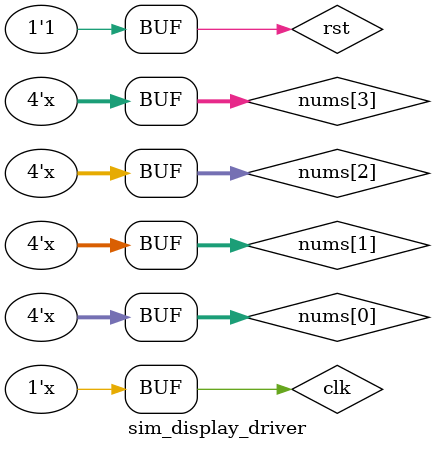
<source format=v>
`timescale 1ns / 1ps


module sim_display_driver(

    );
    reg [3:0] nums[0:3];
    wire [0:7] segs;
    wire [0:3] bits;
    reg clk = 0;
    reg rst;
    display_driver u(
        .clk(clk), 
        .in({nums[0], nums[1], nums[2], nums[3]}),
        .bits(bits), 
        .segs(segs), 
        .rst(rst)
    );
    defparam u.MAX_TICKS = 10;
    defparam u.DELAY_TICKS = 3;

    initial begin
        nums[0] = 4'h3;
        nums[1] = 4'h1;
        nums[2] = 4'h6;
        nums[3] = 4'h8;
        rst = 1;
        #1
        rst = 0;
        #1
        rst = 1;
        #1
        clk = 0;
    end

    always #300 begin
        {nums[0], nums[1], nums[2], nums[3]} <= {nums[0], nums[1], nums[2], nums[3]} + 16'h55;
    end

    always #1 begin
        clk = ~clk;
    end
endmodule

</source>
